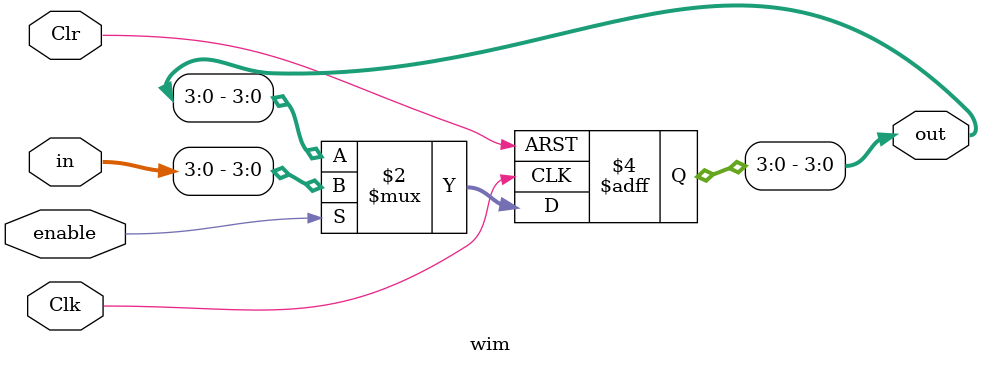
<source format=v>
module wim (output reg [31:0] out, input wire [31:0] in, input wire enable, Clr, Clk);
//Only the four Least Significant Bits (LSB) are editable by 
//the instructions rdwim and wrwim since the implementation uses 4 windows

always @ (posedge Clk, posedge Clr)
	if (Clr) out[3:0] <= 1'h0; //Clear the 4 LSB
	else if (enable) out[3:0] <= in[3:0]; //Write the 4 LSB
endmodule
</source>
